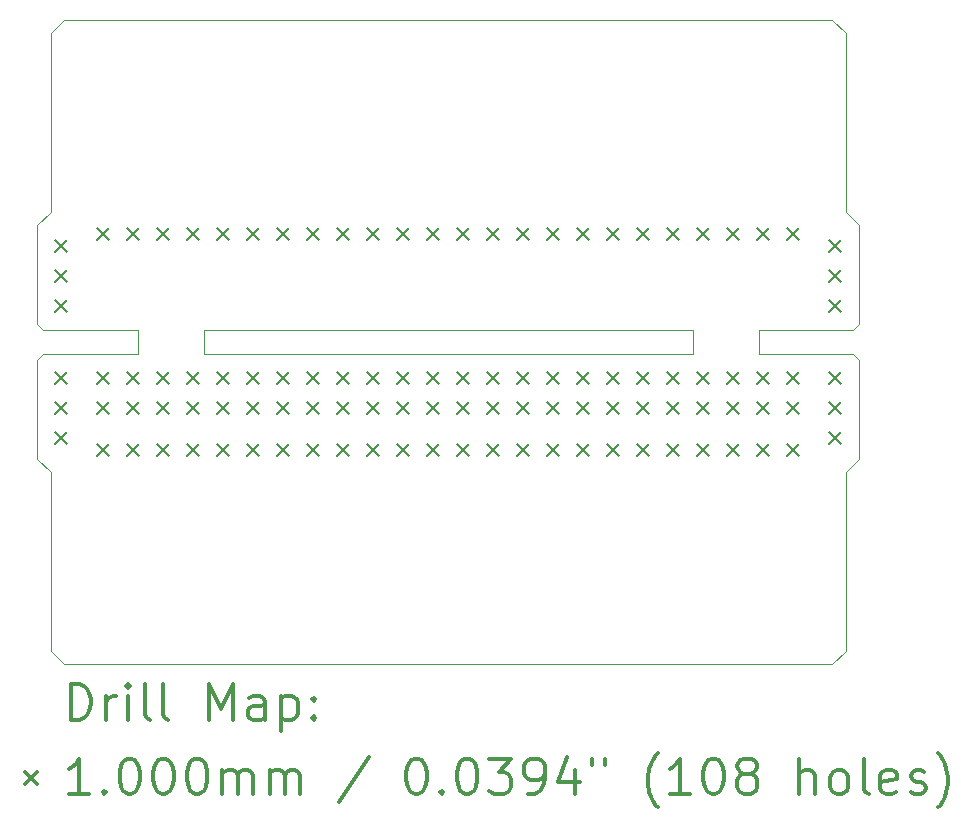
<source format=gbr>
%FSLAX45Y45*%
G04 Gerber Fmt 4.5, Leading zero omitted, Abs format (unit mm)*
G04 Created by KiCad (PCBNEW 5.1.10-88a1d61d58~88~ubuntu20.04.1) date 2021-06-23 17:02:29*
%MOMM*%
%LPD*%
G01*
G04 APERTURE LIST*
%TA.AperFunction,Profile*%
%ADD10C,0.050000*%
%TD*%
%ADD11C,0.200000*%
%ADD12C,0.300000*%
G04 APERTURE END LIST*
D10*
X11342200Y-5816600D02*
X11342200Y-5616600D01*
X16042200Y-5816600D02*
X16840200Y-5816600D01*
X15482200Y-5616400D02*
X11342200Y-5616400D01*
X16042200Y-5816600D02*
X16042200Y-5616600D01*
X15482200Y-5816600D02*
X15482200Y-5616600D01*
X10782200Y-5616400D02*
X9982200Y-5616400D01*
X11342200Y-5816600D02*
X15482200Y-5816600D01*
X10782200Y-5816600D02*
X10782200Y-5616600D01*
X16662400Y-2987500D02*
X10160000Y-2987500D01*
X16891000Y-4727400D02*
X16891000Y-5565600D01*
X10045700Y-3101800D02*
X10160000Y-2987500D01*
X10045700Y-3101800D02*
X10045700Y-4613100D01*
X16776700Y-3101800D02*
X16776700Y-4613100D01*
X16776700Y-4613100D02*
X16891000Y-4727400D01*
X16840200Y-5616400D02*
X16042200Y-5616400D01*
X9931400Y-4727400D02*
X10045700Y-4613100D01*
X9931400Y-5565600D02*
X9931400Y-4727400D01*
X16776700Y-3101800D02*
X16662400Y-2987500D01*
X9982200Y-5616400D02*
X9931400Y-5565600D01*
X16891000Y-5565600D02*
X16840200Y-5616400D01*
X16840200Y-5816600D02*
X16891000Y-5867400D01*
X9931400Y-5867400D02*
X9982200Y-5816600D01*
X16776700Y-8331200D02*
X16776700Y-6819900D01*
X16891000Y-6705600D02*
X16776700Y-6819900D01*
X16776700Y-8331200D02*
X16662400Y-8445500D01*
X10045700Y-8331200D02*
X10160000Y-8445500D01*
X10045700Y-8331200D02*
X10045700Y-6819900D01*
X16891000Y-5867400D02*
X16891000Y-6705600D01*
X9982200Y-5816600D02*
X10782200Y-5816600D01*
X9931400Y-6705600D02*
X9931400Y-5867400D01*
X10045700Y-6819900D02*
X9931400Y-6705600D01*
X10160000Y-8445500D02*
X16662400Y-8445500D01*
D11*
X10084600Y-4855200D02*
X10184600Y-4955200D01*
X10184600Y-4855200D02*
X10084600Y-4955200D01*
X10084600Y-5109200D02*
X10184600Y-5209200D01*
X10184600Y-5109200D02*
X10084600Y-5209200D01*
X10084600Y-5363200D02*
X10184600Y-5463200D01*
X10184600Y-5363200D02*
X10084600Y-5463200D01*
X10084600Y-5969800D02*
X10184600Y-6069800D01*
X10184600Y-5969800D02*
X10084600Y-6069800D01*
X10084600Y-6223800D02*
X10184600Y-6323800D01*
X10184600Y-6223800D02*
X10084600Y-6323800D01*
X10084600Y-6477800D02*
X10184600Y-6577800D01*
X10184600Y-6477800D02*
X10084600Y-6577800D01*
X10440200Y-4753600D02*
X10540200Y-4853600D01*
X10540200Y-4753600D02*
X10440200Y-4853600D01*
X10440200Y-5969800D02*
X10540200Y-6069800D01*
X10540200Y-5969800D02*
X10440200Y-6069800D01*
X10440200Y-6223800D02*
X10540200Y-6323800D01*
X10540200Y-6223800D02*
X10440200Y-6323800D01*
X10440200Y-6579400D02*
X10540200Y-6679400D01*
X10540200Y-6579400D02*
X10440200Y-6679400D01*
X10694200Y-4753600D02*
X10794200Y-4853600D01*
X10794200Y-4753600D02*
X10694200Y-4853600D01*
X10694200Y-5969800D02*
X10794200Y-6069800D01*
X10794200Y-5969800D02*
X10694200Y-6069800D01*
X10694200Y-6223800D02*
X10794200Y-6323800D01*
X10794200Y-6223800D02*
X10694200Y-6323800D01*
X10694200Y-6579400D02*
X10794200Y-6679400D01*
X10794200Y-6579400D02*
X10694200Y-6679400D01*
X10948200Y-4753600D02*
X11048200Y-4853600D01*
X11048200Y-4753600D02*
X10948200Y-4853600D01*
X10948200Y-5969800D02*
X11048200Y-6069800D01*
X11048200Y-5969800D02*
X10948200Y-6069800D01*
X10948200Y-6223800D02*
X11048200Y-6323800D01*
X11048200Y-6223800D02*
X10948200Y-6323800D01*
X10948200Y-6579400D02*
X11048200Y-6679400D01*
X11048200Y-6579400D02*
X10948200Y-6679400D01*
X11202200Y-4753600D02*
X11302200Y-4853600D01*
X11302200Y-4753600D02*
X11202200Y-4853600D01*
X11202200Y-5969800D02*
X11302200Y-6069800D01*
X11302200Y-5969800D02*
X11202200Y-6069800D01*
X11202200Y-6223800D02*
X11302200Y-6323800D01*
X11302200Y-6223800D02*
X11202200Y-6323800D01*
X11202200Y-6579400D02*
X11302200Y-6679400D01*
X11302200Y-6579400D02*
X11202200Y-6679400D01*
X11456200Y-4753600D02*
X11556200Y-4853600D01*
X11556200Y-4753600D02*
X11456200Y-4853600D01*
X11456200Y-5969800D02*
X11556200Y-6069800D01*
X11556200Y-5969800D02*
X11456200Y-6069800D01*
X11456200Y-6223800D02*
X11556200Y-6323800D01*
X11556200Y-6223800D02*
X11456200Y-6323800D01*
X11456200Y-6579400D02*
X11556200Y-6679400D01*
X11556200Y-6579400D02*
X11456200Y-6679400D01*
X11710200Y-4753600D02*
X11810200Y-4853600D01*
X11810200Y-4753600D02*
X11710200Y-4853600D01*
X11710200Y-5969800D02*
X11810200Y-6069800D01*
X11810200Y-5969800D02*
X11710200Y-6069800D01*
X11710200Y-6223800D02*
X11810200Y-6323800D01*
X11810200Y-6223800D02*
X11710200Y-6323800D01*
X11710200Y-6579400D02*
X11810200Y-6679400D01*
X11810200Y-6579400D02*
X11710200Y-6679400D01*
X11964200Y-4753600D02*
X12064200Y-4853600D01*
X12064200Y-4753600D02*
X11964200Y-4853600D01*
X11964200Y-5969800D02*
X12064200Y-6069800D01*
X12064200Y-5969800D02*
X11964200Y-6069800D01*
X11964200Y-6223800D02*
X12064200Y-6323800D01*
X12064200Y-6223800D02*
X11964200Y-6323800D01*
X11964200Y-6579400D02*
X12064200Y-6679400D01*
X12064200Y-6579400D02*
X11964200Y-6679400D01*
X12218200Y-4753600D02*
X12318200Y-4853600D01*
X12318200Y-4753600D02*
X12218200Y-4853600D01*
X12218200Y-5969800D02*
X12318200Y-6069800D01*
X12318200Y-5969800D02*
X12218200Y-6069800D01*
X12218200Y-6223800D02*
X12318200Y-6323800D01*
X12318200Y-6223800D02*
X12218200Y-6323800D01*
X12218200Y-6579400D02*
X12318200Y-6679400D01*
X12318200Y-6579400D02*
X12218200Y-6679400D01*
X12472200Y-4753600D02*
X12572200Y-4853600D01*
X12572200Y-4753600D02*
X12472200Y-4853600D01*
X12472200Y-5969800D02*
X12572200Y-6069800D01*
X12572200Y-5969800D02*
X12472200Y-6069800D01*
X12472200Y-6223800D02*
X12572200Y-6323800D01*
X12572200Y-6223800D02*
X12472200Y-6323800D01*
X12472200Y-6579400D02*
X12572200Y-6679400D01*
X12572200Y-6579400D02*
X12472200Y-6679400D01*
X12726200Y-4753600D02*
X12826200Y-4853600D01*
X12826200Y-4753600D02*
X12726200Y-4853600D01*
X12726200Y-5969800D02*
X12826200Y-6069800D01*
X12826200Y-5969800D02*
X12726200Y-6069800D01*
X12726200Y-6223800D02*
X12826200Y-6323800D01*
X12826200Y-6223800D02*
X12726200Y-6323800D01*
X12726200Y-6579400D02*
X12826200Y-6679400D01*
X12826200Y-6579400D02*
X12726200Y-6679400D01*
X12980200Y-4753600D02*
X13080200Y-4853600D01*
X13080200Y-4753600D02*
X12980200Y-4853600D01*
X12980200Y-5969800D02*
X13080200Y-6069800D01*
X13080200Y-5969800D02*
X12980200Y-6069800D01*
X12980200Y-6223800D02*
X13080200Y-6323800D01*
X13080200Y-6223800D02*
X12980200Y-6323800D01*
X12980200Y-6579400D02*
X13080200Y-6679400D01*
X13080200Y-6579400D02*
X12980200Y-6679400D01*
X13234200Y-4753600D02*
X13334200Y-4853600D01*
X13334200Y-4753600D02*
X13234200Y-4853600D01*
X13234200Y-5969800D02*
X13334200Y-6069800D01*
X13334200Y-5969800D02*
X13234200Y-6069800D01*
X13234200Y-6223800D02*
X13334200Y-6323800D01*
X13334200Y-6223800D02*
X13234200Y-6323800D01*
X13234200Y-6579400D02*
X13334200Y-6679400D01*
X13334200Y-6579400D02*
X13234200Y-6679400D01*
X13488200Y-4753600D02*
X13588200Y-4853600D01*
X13588200Y-4753600D02*
X13488200Y-4853600D01*
X13488200Y-5969800D02*
X13588200Y-6069800D01*
X13588200Y-5969800D02*
X13488200Y-6069800D01*
X13488200Y-6223800D02*
X13588200Y-6323800D01*
X13588200Y-6223800D02*
X13488200Y-6323800D01*
X13488200Y-6579400D02*
X13588200Y-6679400D01*
X13588200Y-6579400D02*
X13488200Y-6679400D01*
X13742200Y-4753600D02*
X13842200Y-4853600D01*
X13842200Y-4753600D02*
X13742200Y-4853600D01*
X13742200Y-5969800D02*
X13842200Y-6069800D01*
X13842200Y-5969800D02*
X13742200Y-6069800D01*
X13742200Y-6223800D02*
X13842200Y-6323800D01*
X13842200Y-6223800D02*
X13742200Y-6323800D01*
X13742200Y-6579400D02*
X13842200Y-6679400D01*
X13842200Y-6579400D02*
X13742200Y-6679400D01*
X13996200Y-4753600D02*
X14096200Y-4853600D01*
X14096200Y-4753600D02*
X13996200Y-4853600D01*
X13996200Y-5969800D02*
X14096200Y-6069800D01*
X14096200Y-5969800D02*
X13996200Y-6069800D01*
X13996200Y-6223800D02*
X14096200Y-6323800D01*
X14096200Y-6223800D02*
X13996200Y-6323800D01*
X13996200Y-6579400D02*
X14096200Y-6679400D01*
X14096200Y-6579400D02*
X13996200Y-6679400D01*
X14250200Y-4753600D02*
X14350200Y-4853600D01*
X14350200Y-4753600D02*
X14250200Y-4853600D01*
X14250200Y-5969800D02*
X14350200Y-6069800D01*
X14350200Y-5969800D02*
X14250200Y-6069800D01*
X14250200Y-6223800D02*
X14350200Y-6323800D01*
X14350200Y-6223800D02*
X14250200Y-6323800D01*
X14250200Y-6579400D02*
X14350200Y-6679400D01*
X14350200Y-6579400D02*
X14250200Y-6679400D01*
X14504200Y-4753600D02*
X14604200Y-4853600D01*
X14604200Y-4753600D02*
X14504200Y-4853600D01*
X14504200Y-5969800D02*
X14604200Y-6069800D01*
X14604200Y-5969800D02*
X14504200Y-6069800D01*
X14504200Y-6223800D02*
X14604200Y-6323800D01*
X14604200Y-6223800D02*
X14504200Y-6323800D01*
X14504200Y-6579400D02*
X14604200Y-6679400D01*
X14604200Y-6579400D02*
X14504200Y-6679400D01*
X14758200Y-4753600D02*
X14858200Y-4853600D01*
X14858200Y-4753600D02*
X14758200Y-4853600D01*
X14758200Y-5969800D02*
X14858200Y-6069800D01*
X14858200Y-5969800D02*
X14758200Y-6069800D01*
X14758200Y-6223800D02*
X14858200Y-6323800D01*
X14858200Y-6223800D02*
X14758200Y-6323800D01*
X14758200Y-6579400D02*
X14858200Y-6679400D01*
X14858200Y-6579400D02*
X14758200Y-6679400D01*
X15012200Y-4753600D02*
X15112200Y-4853600D01*
X15112200Y-4753600D02*
X15012200Y-4853600D01*
X15012200Y-5969800D02*
X15112200Y-6069800D01*
X15112200Y-5969800D02*
X15012200Y-6069800D01*
X15012200Y-6223800D02*
X15112200Y-6323800D01*
X15112200Y-6223800D02*
X15012200Y-6323800D01*
X15012200Y-6579400D02*
X15112200Y-6679400D01*
X15112200Y-6579400D02*
X15012200Y-6679400D01*
X15266200Y-4753600D02*
X15366200Y-4853600D01*
X15366200Y-4753600D02*
X15266200Y-4853600D01*
X15266200Y-5969800D02*
X15366200Y-6069800D01*
X15366200Y-5969800D02*
X15266200Y-6069800D01*
X15266200Y-6223800D02*
X15366200Y-6323800D01*
X15366200Y-6223800D02*
X15266200Y-6323800D01*
X15266200Y-6579400D02*
X15366200Y-6679400D01*
X15366200Y-6579400D02*
X15266200Y-6679400D01*
X15520200Y-4753600D02*
X15620200Y-4853600D01*
X15620200Y-4753600D02*
X15520200Y-4853600D01*
X15520200Y-5969800D02*
X15620200Y-6069800D01*
X15620200Y-5969800D02*
X15520200Y-6069800D01*
X15520200Y-6223800D02*
X15620200Y-6323800D01*
X15620200Y-6223800D02*
X15520200Y-6323800D01*
X15520200Y-6579400D02*
X15620200Y-6679400D01*
X15620200Y-6579400D02*
X15520200Y-6679400D01*
X15774200Y-4753600D02*
X15874200Y-4853600D01*
X15874200Y-4753600D02*
X15774200Y-4853600D01*
X15774200Y-5969800D02*
X15874200Y-6069800D01*
X15874200Y-5969800D02*
X15774200Y-6069800D01*
X15774200Y-6223800D02*
X15874200Y-6323800D01*
X15874200Y-6223800D02*
X15774200Y-6323800D01*
X15774200Y-6579400D02*
X15874200Y-6679400D01*
X15874200Y-6579400D02*
X15774200Y-6679400D01*
X16028200Y-4753600D02*
X16128200Y-4853600D01*
X16128200Y-4753600D02*
X16028200Y-4853600D01*
X16028200Y-5969800D02*
X16128200Y-6069800D01*
X16128200Y-5969800D02*
X16028200Y-6069800D01*
X16028200Y-6223800D02*
X16128200Y-6323800D01*
X16128200Y-6223800D02*
X16028200Y-6323800D01*
X16028200Y-6579400D02*
X16128200Y-6679400D01*
X16128200Y-6579400D02*
X16028200Y-6679400D01*
X16282200Y-4753600D02*
X16382200Y-4853600D01*
X16382200Y-4753600D02*
X16282200Y-4853600D01*
X16282200Y-5969800D02*
X16382200Y-6069800D01*
X16382200Y-5969800D02*
X16282200Y-6069800D01*
X16282200Y-6223800D02*
X16382200Y-6323800D01*
X16382200Y-6223800D02*
X16282200Y-6323800D01*
X16282200Y-6579400D02*
X16382200Y-6679400D01*
X16382200Y-6579400D02*
X16282200Y-6679400D01*
X16637800Y-4855200D02*
X16737800Y-4955200D01*
X16737800Y-4855200D02*
X16637800Y-4955200D01*
X16637800Y-5109200D02*
X16737800Y-5209200D01*
X16737800Y-5109200D02*
X16637800Y-5209200D01*
X16637800Y-5363200D02*
X16737800Y-5463200D01*
X16737800Y-5363200D02*
X16637800Y-5463200D01*
X16637800Y-5969800D02*
X16737800Y-6069800D01*
X16737800Y-5969800D02*
X16637800Y-6069800D01*
X16637800Y-6223800D02*
X16737800Y-6323800D01*
X16737800Y-6223800D02*
X16637800Y-6323800D01*
X16637800Y-6477800D02*
X16737800Y-6577800D01*
X16737800Y-6477800D02*
X16637800Y-6577800D01*
D12*
X10215328Y-8913714D02*
X10215328Y-8613714D01*
X10286757Y-8613714D01*
X10329614Y-8628000D01*
X10358186Y-8656572D01*
X10372471Y-8685143D01*
X10386757Y-8742286D01*
X10386757Y-8785143D01*
X10372471Y-8842286D01*
X10358186Y-8870857D01*
X10329614Y-8899429D01*
X10286757Y-8913714D01*
X10215328Y-8913714D01*
X10515328Y-8913714D02*
X10515328Y-8713714D01*
X10515328Y-8770857D02*
X10529614Y-8742286D01*
X10543900Y-8728000D01*
X10572471Y-8713714D01*
X10601043Y-8713714D01*
X10701043Y-8913714D02*
X10701043Y-8713714D01*
X10701043Y-8613714D02*
X10686757Y-8628000D01*
X10701043Y-8642286D01*
X10715328Y-8628000D01*
X10701043Y-8613714D01*
X10701043Y-8642286D01*
X10886757Y-8913714D02*
X10858186Y-8899429D01*
X10843900Y-8870857D01*
X10843900Y-8613714D01*
X11043900Y-8913714D02*
X11015328Y-8899429D01*
X11001043Y-8870857D01*
X11001043Y-8613714D01*
X11386757Y-8913714D02*
X11386757Y-8613714D01*
X11486757Y-8828000D01*
X11586757Y-8613714D01*
X11586757Y-8913714D01*
X11858186Y-8913714D02*
X11858186Y-8756572D01*
X11843900Y-8728000D01*
X11815328Y-8713714D01*
X11758186Y-8713714D01*
X11729614Y-8728000D01*
X11858186Y-8899429D02*
X11829614Y-8913714D01*
X11758186Y-8913714D01*
X11729614Y-8899429D01*
X11715328Y-8870857D01*
X11715328Y-8842286D01*
X11729614Y-8813714D01*
X11758186Y-8799429D01*
X11829614Y-8799429D01*
X11858186Y-8785143D01*
X12001043Y-8713714D02*
X12001043Y-9013714D01*
X12001043Y-8728000D02*
X12029614Y-8713714D01*
X12086757Y-8713714D01*
X12115328Y-8728000D01*
X12129614Y-8742286D01*
X12143900Y-8770857D01*
X12143900Y-8856572D01*
X12129614Y-8885143D01*
X12115328Y-8899429D01*
X12086757Y-8913714D01*
X12029614Y-8913714D01*
X12001043Y-8899429D01*
X12272471Y-8885143D02*
X12286757Y-8899429D01*
X12272471Y-8913714D01*
X12258186Y-8899429D01*
X12272471Y-8885143D01*
X12272471Y-8913714D01*
X12272471Y-8728000D02*
X12286757Y-8742286D01*
X12272471Y-8756572D01*
X12258186Y-8742286D01*
X12272471Y-8728000D01*
X12272471Y-8756572D01*
X9828900Y-9358000D02*
X9928900Y-9458000D01*
X9928900Y-9358000D02*
X9828900Y-9458000D01*
X10372471Y-9543714D02*
X10201043Y-9543714D01*
X10286757Y-9543714D02*
X10286757Y-9243714D01*
X10258186Y-9286572D01*
X10229614Y-9315143D01*
X10201043Y-9329429D01*
X10501043Y-9515143D02*
X10515328Y-9529429D01*
X10501043Y-9543714D01*
X10486757Y-9529429D01*
X10501043Y-9515143D01*
X10501043Y-9543714D01*
X10701043Y-9243714D02*
X10729614Y-9243714D01*
X10758186Y-9258000D01*
X10772471Y-9272286D01*
X10786757Y-9300857D01*
X10801043Y-9358000D01*
X10801043Y-9429429D01*
X10786757Y-9486572D01*
X10772471Y-9515143D01*
X10758186Y-9529429D01*
X10729614Y-9543714D01*
X10701043Y-9543714D01*
X10672471Y-9529429D01*
X10658186Y-9515143D01*
X10643900Y-9486572D01*
X10629614Y-9429429D01*
X10629614Y-9358000D01*
X10643900Y-9300857D01*
X10658186Y-9272286D01*
X10672471Y-9258000D01*
X10701043Y-9243714D01*
X10986757Y-9243714D02*
X11015328Y-9243714D01*
X11043900Y-9258000D01*
X11058186Y-9272286D01*
X11072471Y-9300857D01*
X11086757Y-9358000D01*
X11086757Y-9429429D01*
X11072471Y-9486572D01*
X11058186Y-9515143D01*
X11043900Y-9529429D01*
X11015328Y-9543714D01*
X10986757Y-9543714D01*
X10958186Y-9529429D01*
X10943900Y-9515143D01*
X10929614Y-9486572D01*
X10915328Y-9429429D01*
X10915328Y-9358000D01*
X10929614Y-9300857D01*
X10943900Y-9272286D01*
X10958186Y-9258000D01*
X10986757Y-9243714D01*
X11272471Y-9243714D02*
X11301043Y-9243714D01*
X11329614Y-9258000D01*
X11343900Y-9272286D01*
X11358186Y-9300857D01*
X11372471Y-9358000D01*
X11372471Y-9429429D01*
X11358186Y-9486572D01*
X11343900Y-9515143D01*
X11329614Y-9529429D01*
X11301043Y-9543714D01*
X11272471Y-9543714D01*
X11243900Y-9529429D01*
X11229614Y-9515143D01*
X11215328Y-9486572D01*
X11201043Y-9429429D01*
X11201043Y-9358000D01*
X11215328Y-9300857D01*
X11229614Y-9272286D01*
X11243900Y-9258000D01*
X11272471Y-9243714D01*
X11501043Y-9543714D02*
X11501043Y-9343714D01*
X11501043Y-9372286D02*
X11515328Y-9358000D01*
X11543900Y-9343714D01*
X11586757Y-9343714D01*
X11615328Y-9358000D01*
X11629614Y-9386572D01*
X11629614Y-9543714D01*
X11629614Y-9386572D02*
X11643900Y-9358000D01*
X11672471Y-9343714D01*
X11715328Y-9343714D01*
X11743900Y-9358000D01*
X11758186Y-9386572D01*
X11758186Y-9543714D01*
X11901043Y-9543714D02*
X11901043Y-9343714D01*
X11901043Y-9372286D02*
X11915328Y-9358000D01*
X11943900Y-9343714D01*
X11986757Y-9343714D01*
X12015328Y-9358000D01*
X12029614Y-9386572D01*
X12029614Y-9543714D01*
X12029614Y-9386572D02*
X12043900Y-9358000D01*
X12072471Y-9343714D01*
X12115328Y-9343714D01*
X12143900Y-9358000D01*
X12158186Y-9386572D01*
X12158186Y-9543714D01*
X12743900Y-9229429D02*
X12486757Y-9615143D01*
X13129614Y-9243714D02*
X13158186Y-9243714D01*
X13186757Y-9258000D01*
X13201043Y-9272286D01*
X13215328Y-9300857D01*
X13229614Y-9358000D01*
X13229614Y-9429429D01*
X13215328Y-9486572D01*
X13201043Y-9515143D01*
X13186757Y-9529429D01*
X13158186Y-9543714D01*
X13129614Y-9543714D01*
X13101043Y-9529429D01*
X13086757Y-9515143D01*
X13072471Y-9486572D01*
X13058186Y-9429429D01*
X13058186Y-9358000D01*
X13072471Y-9300857D01*
X13086757Y-9272286D01*
X13101043Y-9258000D01*
X13129614Y-9243714D01*
X13358186Y-9515143D02*
X13372471Y-9529429D01*
X13358186Y-9543714D01*
X13343900Y-9529429D01*
X13358186Y-9515143D01*
X13358186Y-9543714D01*
X13558186Y-9243714D02*
X13586757Y-9243714D01*
X13615328Y-9258000D01*
X13629614Y-9272286D01*
X13643900Y-9300857D01*
X13658186Y-9358000D01*
X13658186Y-9429429D01*
X13643900Y-9486572D01*
X13629614Y-9515143D01*
X13615328Y-9529429D01*
X13586757Y-9543714D01*
X13558186Y-9543714D01*
X13529614Y-9529429D01*
X13515328Y-9515143D01*
X13501043Y-9486572D01*
X13486757Y-9429429D01*
X13486757Y-9358000D01*
X13501043Y-9300857D01*
X13515328Y-9272286D01*
X13529614Y-9258000D01*
X13558186Y-9243714D01*
X13758186Y-9243714D02*
X13943900Y-9243714D01*
X13843900Y-9358000D01*
X13886757Y-9358000D01*
X13915328Y-9372286D01*
X13929614Y-9386572D01*
X13943900Y-9415143D01*
X13943900Y-9486572D01*
X13929614Y-9515143D01*
X13915328Y-9529429D01*
X13886757Y-9543714D01*
X13801043Y-9543714D01*
X13772471Y-9529429D01*
X13758186Y-9515143D01*
X14086757Y-9543714D02*
X14143900Y-9543714D01*
X14172471Y-9529429D01*
X14186757Y-9515143D01*
X14215328Y-9472286D01*
X14229614Y-9415143D01*
X14229614Y-9300857D01*
X14215328Y-9272286D01*
X14201043Y-9258000D01*
X14172471Y-9243714D01*
X14115328Y-9243714D01*
X14086757Y-9258000D01*
X14072471Y-9272286D01*
X14058186Y-9300857D01*
X14058186Y-9372286D01*
X14072471Y-9400857D01*
X14086757Y-9415143D01*
X14115328Y-9429429D01*
X14172471Y-9429429D01*
X14201043Y-9415143D01*
X14215328Y-9400857D01*
X14229614Y-9372286D01*
X14486757Y-9343714D02*
X14486757Y-9543714D01*
X14415328Y-9229429D02*
X14343900Y-9443714D01*
X14529614Y-9443714D01*
X14629614Y-9243714D02*
X14629614Y-9300857D01*
X14743900Y-9243714D02*
X14743900Y-9300857D01*
X15186757Y-9658000D02*
X15172471Y-9643714D01*
X15143900Y-9600857D01*
X15129614Y-9572286D01*
X15115328Y-9529429D01*
X15101043Y-9458000D01*
X15101043Y-9400857D01*
X15115328Y-9329429D01*
X15129614Y-9286572D01*
X15143900Y-9258000D01*
X15172471Y-9215143D01*
X15186757Y-9200857D01*
X15458186Y-9543714D02*
X15286757Y-9543714D01*
X15372471Y-9543714D02*
X15372471Y-9243714D01*
X15343900Y-9286572D01*
X15315328Y-9315143D01*
X15286757Y-9329429D01*
X15643900Y-9243714D02*
X15672471Y-9243714D01*
X15701043Y-9258000D01*
X15715328Y-9272286D01*
X15729614Y-9300857D01*
X15743900Y-9358000D01*
X15743900Y-9429429D01*
X15729614Y-9486572D01*
X15715328Y-9515143D01*
X15701043Y-9529429D01*
X15672471Y-9543714D01*
X15643900Y-9543714D01*
X15615328Y-9529429D01*
X15601043Y-9515143D01*
X15586757Y-9486572D01*
X15572471Y-9429429D01*
X15572471Y-9358000D01*
X15586757Y-9300857D01*
X15601043Y-9272286D01*
X15615328Y-9258000D01*
X15643900Y-9243714D01*
X15915328Y-9372286D02*
X15886757Y-9358000D01*
X15872471Y-9343714D01*
X15858186Y-9315143D01*
X15858186Y-9300857D01*
X15872471Y-9272286D01*
X15886757Y-9258000D01*
X15915328Y-9243714D01*
X15972471Y-9243714D01*
X16001043Y-9258000D01*
X16015328Y-9272286D01*
X16029614Y-9300857D01*
X16029614Y-9315143D01*
X16015328Y-9343714D01*
X16001043Y-9358000D01*
X15972471Y-9372286D01*
X15915328Y-9372286D01*
X15886757Y-9386572D01*
X15872471Y-9400857D01*
X15858186Y-9429429D01*
X15858186Y-9486572D01*
X15872471Y-9515143D01*
X15886757Y-9529429D01*
X15915328Y-9543714D01*
X15972471Y-9543714D01*
X16001043Y-9529429D01*
X16015328Y-9515143D01*
X16029614Y-9486572D01*
X16029614Y-9429429D01*
X16015328Y-9400857D01*
X16001043Y-9386572D01*
X15972471Y-9372286D01*
X16386757Y-9543714D02*
X16386757Y-9243714D01*
X16515328Y-9543714D02*
X16515328Y-9386572D01*
X16501043Y-9358000D01*
X16472471Y-9343714D01*
X16429614Y-9343714D01*
X16401043Y-9358000D01*
X16386757Y-9372286D01*
X16701043Y-9543714D02*
X16672471Y-9529429D01*
X16658186Y-9515143D01*
X16643900Y-9486572D01*
X16643900Y-9400857D01*
X16658186Y-9372286D01*
X16672471Y-9358000D01*
X16701043Y-9343714D01*
X16743900Y-9343714D01*
X16772471Y-9358000D01*
X16786757Y-9372286D01*
X16801043Y-9400857D01*
X16801043Y-9486572D01*
X16786757Y-9515143D01*
X16772471Y-9529429D01*
X16743900Y-9543714D01*
X16701043Y-9543714D01*
X16972471Y-9543714D02*
X16943900Y-9529429D01*
X16929614Y-9500857D01*
X16929614Y-9243714D01*
X17201043Y-9529429D02*
X17172471Y-9543714D01*
X17115328Y-9543714D01*
X17086757Y-9529429D01*
X17072471Y-9500857D01*
X17072471Y-9386572D01*
X17086757Y-9358000D01*
X17115328Y-9343714D01*
X17172471Y-9343714D01*
X17201043Y-9358000D01*
X17215328Y-9386572D01*
X17215328Y-9415143D01*
X17072471Y-9443714D01*
X17329614Y-9529429D02*
X17358186Y-9543714D01*
X17415328Y-9543714D01*
X17443900Y-9529429D01*
X17458186Y-9500857D01*
X17458186Y-9486572D01*
X17443900Y-9458000D01*
X17415328Y-9443714D01*
X17372471Y-9443714D01*
X17343900Y-9429429D01*
X17329614Y-9400857D01*
X17329614Y-9386572D01*
X17343900Y-9358000D01*
X17372471Y-9343714D01*
X17415328Y-9343714D01*
X17443900Y-9358000D01*
X17558186Y-9658000D02*
X17572471Y-9643714D01*
X17601043Y-9600857D01*
X17615328Y-9572286D01*
X17629614Y-9529429D01*
X17643900Y-9458000D01*
X17643900Y-9400857D01*
X17629614Y-9329429D01*
X17615328Y-9286572D01*
X17601043Y-9258000D01*
X17572471Y-9215143D01*
X17558186Y-9200857D01*
M02*

</source>
